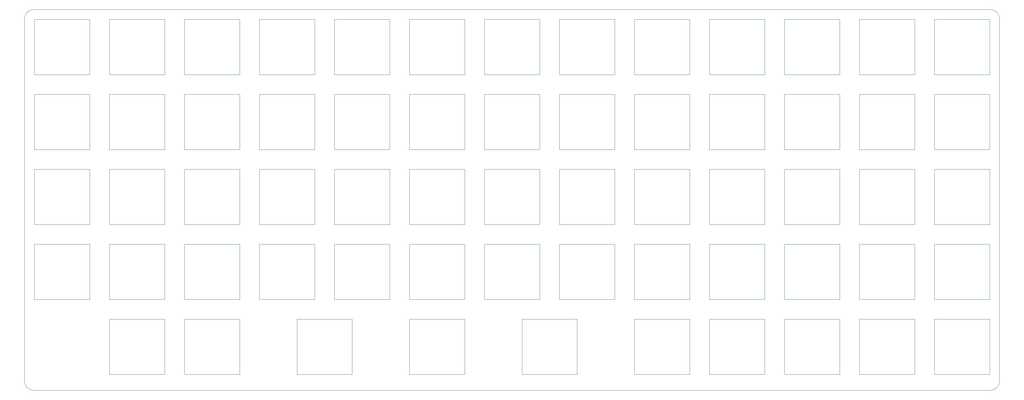
<source format=gm1>
G04 #@! TF.GenerationSoftware,KiCad,Pcbnew,(5.1.10-1-10_14)*
G04 #@! TF.CreationDate,2021-10-07T22:12:16+10:00*
G04 #@! TF.ProjectId,WTL-62-TOP,57544c2d-3632-42d5-944f-502e6b696361,rev?*
G04 #@! TF.SameCoordinates,Original*
G04 #@! TF.FileFunction,Profile,NP*
%FSLAX46Y46*%
G04 Gerber Fmt 4.6, Leading zero omitted, Abs format (unit mm)*
G04 Created by KiCad (PCBNEW (5.1.10-1-10_14)) date 2021-10-07 22:12:16*
%MOMM*%
%LPD*%
G01*
G04 APERTURE LIST*
G04 #@! TA.AperFunction,Profile*
%ADD10C,0.050000*%
G04 #@! TD*
G04 #@! TA.AperFunction,Profile*
%ADD11C,0.120000*%
G04 #@! TD*
G04 APERTURE END LIST*
D10*
X28575000Y-85725000D02*
X271462500Y-85725000D01*
X26193750Y-180181250D02*
X26193750Y-88106250D01*
X271462500Y-182562500D02*
X28575000Y-182562500D01*
X273843750Y-88106250D02*
X273843750Y-180181250D01*
X271462500Y-85725000D02*
G75*
G02*
X273843750Y-88106250I0J-2381250D01*
G01*
X273843750Y-180181250D02*
G75*
G02*
X271462500Y-182562500I-2381250J0D01*
G01*
X28575000Y-182562500D02*
G75*
G02*
X26193750Y-180181250I0J2381250D01*
G01*
X26193750Y-88106250D02*
G75*
G02*
X28575000Y-85725000I2381250J0D01*
G01*
D11*
X166543750Y-164450000D02*
X152543750Y-164450000D01*
X166543750Y-178450000D02*
X166543750Y-164450000D01*
X152543750Y-178450000D02*
X166543750Y-178450000D01*
X152543750Y-164450000D02*
X152543750Y-178450000D01*
X109393750Y-164450000D02*
X95393750Y-164450000D01*
X109393750Y-178450000D02*
X109393750Y-164450000D01*
X95393750Y-178450000D02*
X109393750Y-178450000D01*
X95393750Y-164450000D02*
X95393750Y-178450000D01*
X214168750Y-164450000D02*
X200168750Y-164450000D01*
X214168750Y-178450000D02*
X214168750Y-164450000D01*
X200168750Y-178450000D02*
X214168750Y-178450000D01*
X200168750Y-164450000D02*
X200168750Y-178450000D01*
X271318750Y-164450000D02*
X257318750Y-164450000D01*
X271318750Y-178450000D02*
X271318750Y-164450000D01*
X257318750Y-178450000D02*
X271318750Y-178450000D01*
X257318750Y-164450000D02*
X257318750Y-178450000D01*
X233218750Y-164450000D02*
X219218750Y-164450000D01*
X233218750Y-178450000D02*
X233218750Y-164450000D01*
X219218750Y-178450000D02*
X233218750Y-178450000D01*
X219218750Y-164450000D02*
X219218750Y-178450000D01*
X252268750Y-164450000D02*
X238268750Y-164450000D01*
X252268750Y-178450000D02*
X252268750Y-164450000D01*
X238268750Y-178450000D02*
X252268750Y-178450000D01*
X238268750Y-164450000D02*
X238268750Y-178450000D01*
X80818750Y-164450000D02*
X66818750Y-164450000D01*
X80818750Y-178450000D02*
X80818750Y-164450000D01*
X66818750Y-178450000D02*
X80818750Y-178450000D01*
X66818750Y-164450000D02*
X66818750Y-178450000D01*
X137968750Y-164450000D02*
X123968750Y-164450000D01*
X137968750Y-178450000D02*
X137968750Y-164450000D01*
X123968750Y-178450000D02*
X137968750Y-178450000D01*
X123968750Y-164450000D02*
X123968750Y-178450000D01*
X195118750Y-164450000D02*
X181118750Y-164450000D01*
X195118750Y-178450000D02*
X195118750Y-164450000D01*
X181118750Y-178450000D02*
X195118750Y-178450000D01*
X181118750Y-164450000D02*
X181118750Y-178450000D01*
X61768750Y-164450000D02*
X47768750Y-164450000D01*
X61768750Y-178450000D02*
X61768750Y-164450000D01*
X47768750Y-178450000D02*
X61768750Y-178450000D01*
X47768750Y-164450000D02*
X47768750Y-178450000D01*
X99868750Y-145400000D02*
X85868750Y-145400000D01*
X99868750Y-159400000D02*
X99868750Y-145400000D01*
X85868750Y-159400000D02*
X99868750Y-159400000D01*
X85868750Y-145400000D02*
X85868750Y-159400000D01*
X42718750Y-145400000D02*
X28718750Y-145400000D01*
X42718750Y-159400000D02*
X42718750Y-145400000D01*
X28718750Y-159400000D02*
X42718750Y-159400000D01*
X28718750Y-145400000D02*
X28718750Y-159400000D01*
X214168750Y-145400000D02*
X200168750Y-145400000D01*
X214168750Y-159400000D02*
X214168750Y-145400000D01*
X200168750Y-159400000D02*
X214168750Y-159400000D01*
X200168750Y-145400000D02*
X200168750Y-159400000D01*
X271318750Y-145400000D02*
X257318750Y-145400000D01*
X271318750Y-159400000D02*
X271318750Y-145400000D01*
X257318750Y-159400000D02*
X271318750Y-159400000D01*
X257318750Y-145400000D02*
X257318750Y-159400000D01*
X233218750Y-145400000D02*
X219218750Y-145400000D01*
X233218750Y-159400000D02*
X233218750Y-145400000D01*
X219218750Y-159400000D02*
X233218750Y-159400000D01*
X219218750Y-145400000D02*
X219218750Y-159400000D01*
X252268750Y-145400000D02*
X238268750Y-145400000D01*
X252268750Y-159400000D02*
X252268750Y-145400000D01*
X238268750Y-159400000D02*
X252268750Y-159400000D01*
X238268750Y-145400000D02*
X238268750Y-159400000D01*
X118918750Y-145400000D02*
X104918750Y-145400000D01*
X118918750Y-159400000D02*
X118918750Y-145400000D01*
X104918750Y-159400000D02*
X118918750Y-159400000D01*
X104918750Y-145400000D02*
X104918750Y-159400000D01*
X80818750Y-145400000D02*
X66818750Y-145400000D01*
X80818750Y-159400000D02*
X80818750Y-145400000D01*
X66818750Y-159400000D02*
X80818750Y-159400000D01*
X66818750Y-145400000D02*
X66818750Y-159400000D01*
X137968750Y-145400000D02*
X123968750Y-145400000D01*
X137968750Y-159400000D02*
X137968750Y-145400000D01*
X123968750Y-159400000D02*
X137968750Y-159400000D01*
X123968750Y-145400000D02*
X123968750Y-159400000D01*
X157018750Y-145400000D02*
X143018750Y-145400000D01*
X157018750Y-159400000D02*
X157018750Y-145400000D01*
X143018750Y-159400000D02*
X157018750Y-159400000D01*
X143018750Y-145400000D02*
X143018750Y-159400000D01*
X176068750Y-145400000D02*
X162068750Y-145400000D01*
X176068750Y-159400000D02*
X176068750Y-145400000D01*
X162068750Y-159400000D02*
X176068750Y-159400000D01*
X162068750Y-145400000D02*
X162068750Y-159400000D01*
X195118750Y-145400000D02*
X181118750Y-145400000D01*
X195118750Y-159400000D02*
X195118750Y-145400000D01*
X181118750Y-159400000D02*
X195118750Y-159400000D01*
X181118750Y-145400000D02*
X181118750Y-159400000D01*
X61768750Y-145400000D02*
X47768750Y-145400000D01*
X61768750Y-159400000D02*
X61768750Y-145400000D01*
X47768750Y-159400000D02*
X61768750Y-159400000D01*
X47768750Y-145400000D02*
X47768750Y-159400000D01*
X99868750Y-126350000D02*
X85868750Y-126350000D01*
X99868750Y-140350000D02*
X99868750Y-126350000D01*
X85868750Y-140350000D02*
X99868750Y-140350000D01*
X85868750Y-126350000D02*
X85868750Y-140350000D01*
X42718750Y-126350000D02*
X28718750Y-126350000D01*
X42718750Y-140350000D02*
X42718750Y-126350000D01*
X28718750Y-140350000D02*
X42718750Y-140350000D01*
X28718750Y-126350000D02*
X28718750Y-140350000D01*
X214168750Y-126350000D02*
X200168750Y-126350000D01*
X214168750Y-140350000D02*
X214168750Y-126350000D01*
X200168750Y-140350000D02*
X214168750Y-140350000D01*
X200168750Y-126350000D02*
X200168750Y-140350000D01*
X271318750Y-126350000D02*
X257318750Y-126350000D01*
X271318750Y-140350000D02*
X271318750Y-126350000D01*
X257318750Y-140350000D02*
X271318750Y-140350000D01*
X257318750Y-126350000D02*
X257318750Y-140350000D01*
X233218750Y-126350000D02*
X219218750Y-126350000D01*
X233218750Y-140350000D02*
X233218750Y-126350000D01*
X219218750Y-140350000D02*
X233218750Y-140350000D01*
X219218750Y-126350000D02*
X219218750Y-140350000D01*
X252268750Y-126350000D02*
X238268750Y-126350000D01*
X252268750Y-140350000D02*
X252268750Y-126350000D01*
X238268750Y-140350000D02*
X252268750Y-140350000D01*
X238268750Y-126350000D02*
X238268750Y-140350000D01*
X118918750Y-126350000D02*
X104918750Y-126350000D01*
X118918750Y-140350000D02*
X118918750Y-126350000D01*
X104918750Y-140350000D02*
X118918750Y-140350000D01*
X104918750Y-126350000D02*
X104918750Y-140350000D01*
X80818750Y-126350000D02*
X66818750Y-126350000D01*
X80818750Y-140350000D02*
X80818750Y-126350000D01*
X66818750Y-140350000D02*
X80818750Y-140350000D01*
X66818750Y-126350000D02*
X66818750Y-140350000D01*
X137968750Y-126350000D02*
X123968750Y-126350000D01*
X137968750Y-140350000D02*
X137968750Y-126350000D01*
X123968750Y-140350000D02*
X137968750Y-140350000D01*
X123968750Y-126350000D02*
X123968750Y-140350000D01*
X157018750Y-126350000D02*
X143018750Y-126350000D01*
X157018750Y-140350000D02*
X157018750Y-126350000D01*
X143018750Y-140350000D02*
X157018750Y-140350000D01*
X143018750Y-126350000D02*
X143018750Y-140350000D01*
X176068750Y-126350000D02*
X162068750Y-126350000D01*
X176068750Y-140350000D02*
X176068750Y-126350000D01*
X162068750Y-140350000D02*
X176068750Y-140350000D01*
X162068750Y-126350000D02*
X162068750Y-140350000D01*
X195118750Y-126350000D02*
X181118750Y-126350000D01*
X195118750Y-140350000D02*
X195118750Y-126350000D01*
X181118750Y-140350000D02*
X195118750Y-140350000D01*
X181118750Y-126350000D02*
X181118750Y-140350000D01*
X61768750Y-126350000D02*
X47768750Y-126350000D01*
X61768750Y-140350000D02*
X61768750Y-126350000D01*
X47768750Y-140350000D02*
X61768750Y-140350000D01*
X47768750Y-126350000D02*
X47768750Y-140350000D01*
X99868750Y-107300000D02*
X85868750Y-107300000D01*
X99868750Y-121300000D02*
X99868750Y-107300000D01*
X85868750Y-121300000D02*
X99868750Y-121300000D01*
X85868750Y-107300000D02*
X85868750Y-121300000D01*
X42718750Y-107300000D02*
X28718750Y-107300000D01*
X42718750Y-121300000D02*
X42718750Y-107300000D01*
X28718750Y-121300000D02*
X42718750Y-121300000D01*
X28718750Y-107300000D02*
X28718750Y-121300000D01*
X214168750Y-107300000D02*
X200168750Y-107300000D01*
X214168750Y-121300000D02*
X214168750Y-107300000D01*
X200168750Y-121300000D02*
X214168750Y-121300000D01*
X200168750Y-107300000D02*
X200168750Y-121300000D01*
X271318750Y-107300000D02*
X257318750Y-107300000D01*
X271318750Y-121300000D02*
X271318750Y-107300000D01*
X257318750Y-121300000D02*
X271318750Y-121300000D01*
X257318750Y-107300000D02*
X257318750Y-121300000D01*
X233218750Y-107300000D02*
X219218750Y-107300000D01*
X233218750Y-121300000D02*
X233218750Y-107300000D01*
X219218750Y-121300000D02*
X233218750Y-121300000D01*
X219218750Y-107300000D02*
X219218750Y-121300000D01*
X252268750Y-107300000D02*
X238268750Y-107300000D01*
X252268750Y-121300000D02*
X252268750Y-107300000D01*
X238268750Y-121300000D02*
X252268750Y-121300000D01*
X238268750Y-107300000D02*
X238268750Y-121300000D01*
X118918750Y-107300000D02*
X104918750Y-107300000D01*
X118918750Y-121300000D02*
X118918750Y-107300000D01*
X104918750Y-121300000D02*
X118918750Y-121300000D01*
X104918750Y-107300000D02*
X104918750Y-121300000D01*
X80818750Y-107300000D02*
X66818750Y-107300000D01*
X80818750Y-121300000D02*
X80818750Y-107300000D01*
X66818750Y-121300000D02*
X80818750Y-121300000D01*
X66818750Y-107300000D02*
X66818750Y-121300000D01*
X137968750Y-107300000D02*
X123968750Y-107300000D01*
X137968750Y-121300000D02*
X137968750Y-107300000D01*
X123968750Y-121300000D02*
X137968750Y-121300000D01*
X123968750Y-107300000D02*
X123968750Y-121300000D01*
X157018750Y-107300000D02*
X143018750Y-107300000D01*
X157018750Y-121300000D02*
X157018750Y-107300000D01*
X143018750Y-121300000D02*
X157018750Y-121300000D01*
X143018750Y-107300000D02*
X143018750Y-121300000D01*
X176068750Y-107300000D02*
X162068750Y-107300000D01*
X176068750Y-121300000D02*
X176068750Y-107300000D01*
X162068750Y-121300000D02*
X176068750Y-121300000D01*
X162068750Y-107300000D02*
X162068750Y-121300000D01*
X195118750Y-107300000D02*
X181118750Y-107300000D01*
X195118750Y-121300000D02*
X195118750Y-107300000D01*
X181118750Y-121300000D02*
X195118750Y-121300000D01*
X181118750Y-107300000D02*
X181118750Y-121300000D01*
X61768750Y-107300000D02*
X47768750Y-107300000D01*
X61768750Y-121300000D02*
X61768750Y-107300000D01*
X47768750Y-121300000D02*
X61768750Y-121300000D01*
X47768750Y-107300000D02*
X47768750Y-121300000D01*
X252268750Y-88250000D02*
X238268750Y-88250000D01*
X252268750Y-102250000D02*
X252268750Y-88250000D01*
X238268750Y-102250000D02*
X252268750Y-102250000D01*
X238268750Y-88250000D02*
X238268750Y-102250000D01*
X271318750Y-88250000D02*
X257318750Y-88250000D01*
X271318750Y-102250000D02*
X271318750Y-88250000D01*
X257318750Y-102250000D02*
X271318750Y-102250000D01*
X257318750Y-88250000D02*
X257318750Y-102250000D01*
X233218750Y-88250000D02*
X219218750Y-88250000D01*
X233218750Y-102250000D02*
X233218750Y-88250000D01*
X219218750Y-102250000D02*
X233218750Y-102250000D01*
X219218750Y-88250000D02*
X219218750Y-102250000D01*
X214168750Y-88250000D02*
X200168750Y-88250000D01*
X214168750Y-102250000D02*
X214168750Y-88250000D01*
X200168750Y-102250000D02*
X214168750Y-102250000D01*
X200168750Y-88250000D02*
X200168750Y-102250000D01*
X176068750Y-88250000D02*
X162068750Y-88250000D01*
X176068750Y-102250000D02*
X176068750Y-88250000D01*
X162068750Y-102250000D02*
X176068750Y-102250000D01*
X162068750Y-88250000D02*
X162068750Y-102250000D01*
X195118750Y-88250000D02*
X181118750Y-88250000D01*
X195118750Y-102250000D02*
X195118750Y-88250000D01*
X181118750Y-102250000D02*
X195118750Y-102250000D01*
X181118750Y-88250000D02*
X181118750Y-102250000D01*
X157018750Y-88250000D02*
X143018750Y-88250000D01*
X157018750Y-102250000D02*
X157018750Y-88250000D01*
X143018750Y-102250000D02*
X157018750Y-102250000D01*
X143018750Y-88250000D02*
X143018750Y-102250000D01*
X137968750Y-88250000D02*
X123968750Y-88250000D01*
X137968750Y-102250000D02*
X137968750Y-88250000D01*
X123968750Y-102250000D02*
X137968750Y-102250000D01*
X123968750Y-88250000D02*
X123968750Y-102250000D01*
X118918750Y-88250000D02*
X104918750Y-88250000D01*
X118918750Y-102250000D02*
X118918750Y-88250000D01*
X104918750Y-102250000D02*
X118918750Y-102250000D01*
X104918750Y-88250000D02*
X104918750Y-102250000D01*
X99868750Y-88250000D02*
X85868750Y-88250000D01*
X99868750Y-102250000D02*
X99868750Y-88250000D01*
X85868750Y-102250000D02*
X99868750Y-102250000D01*
X85868750Y-88250000D02*
X85868750Y-102250000D01*
X80818750Y-88250000D02*
X66818750Y-88250000D01*
X80818750Y-102250000D02*
X80818750Y-88250000D01*
X66818750Y-102250000D02*
X80818750Y-102250000D01*
X66818750Y-88250000D02*
X66818750Y-102250000D01*
X61768750Y-88250000D02*
X47768750Y-88250000D01*
X61768750Y-102250000D02*
X61768750Y-88250000D01*
X47768750Y-102250000D02*
X61768750Y-102250000D01*
X47768750Y-88250000D02*
X47768750Y-102250000D01*
X42718750Y-88250000D02*
X28718750Y-88250000D01*
X42718750Y-102250000D02*
X42718750Y-88250000D01*
X28718750Y-102250000D02*
X42718750Y-102250000D01*
X28718750Y-88250000D02*
X28718750Y-102250000D01*
M02*

</source>
